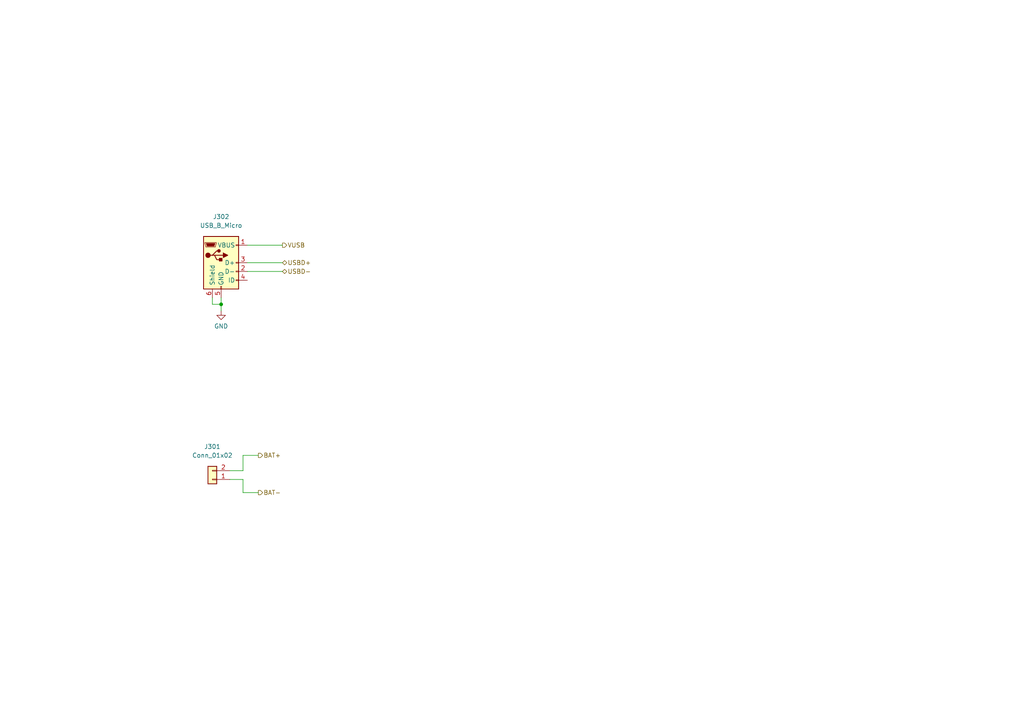
<source format=kicad_sch>
(kicad_sch (version 20230121) (generator eeschema)
  (paper "A4")
  (title_block (title "G.A.I.N.S. Connectors") (date "2024-01-30") (rev "1") (company "Purdue University") (comment 1 "Team 19") (comment 2 "Owner: Cameron"))
  (lib_symbols
    (symbol "Connector:USB_B_Micro" (pin_names (offset 1.016))
      (property "Reference" "J" (at -5.08 11.43 0))
      (property "Value" "USB_B_Micro" (at -5.08 8.89 0))
      (symbol "USB_B_Micro_0_1"
        (rectangle (start -5.08 -7.62) (end 5.08 7.62) (stroke (width 0.254)) (fill (type background)))
        (circle (center -3.81 2.159) (radius 0.635) (stroke (width 0.254)) (fill (type outline)))
        (circle (center -0.635 3.429) (radius 0.381) (stroke (width 0.254)) (fill (type outline)))
        (rectangle (start -0.127 -7.62) (end 0.127 -6.858))
        (polyline (pts (xy -1.905 2.159) (xy 0.635 2.159)) (stroke (width 0.254)))
        (polyline (pts (xy -3.175 2.159) (xy -2.54 2.159) (xy -1.27 3.429) (xy -0.635 3.429)) (stroke (width 0.254)))
        (polyline (pts (xy -2.54 2.159) (xy -1.905 2.159) (xy -1.27 0.889) (xy 0 0.889)) (stroke (width 0.254)))
        (polyline (pts (xy 0.635 2.794) (xy 0.635 1.524) (xy 1.905 2.159) (xy 0.635 2.794)) (stroke (width 0.254)) (fill (type outline)))
        (polyline (pts (xy -4.318 5.588) (xy -1.778 5.588) (xy -2.032 4.826) (xy -4.064 4.826) (xy -4.318 5.588)) (fill (type outline)))
        (polyline (pts (xy -4.699 5.842) (xy -4.699 5.588) (xy -4.445 4.826) (xy -4.445 4.572) (xy -1.651 4.572) (xy -1.651 4.826) (xy -1.397 5.588) (xy -1.397 5.842) (xy -4.699 5.842)))
        (rectangle (start 0.254 1.27) (end -0.508 0.508) (stroke (width 0.254)) (fill (type outline)))
        (rectangle (start 5.08 -5.207) (end 4.318 -4.953))
        (rectangle (start 5.08 -2.667) (end 4.318 -2.413))
        (rectangle (start 5.08 -0.127) (end 4.318 0.127))
        (rectangle (start 5.08 4.953) (end 4.318 5.207))
      )
      (symbol "USB_B_Micro_1_1"
        (pin power_out line (at 7.62 5.08 180) (length 2.54) (name "VBUS") (number "1"))
        (pin bidirectional line (at 7.62 -2.54 180) (length 2.54) (name "D-") (number "2"))
        (pin bidirectional line (at 7.62 0 180) (length 2.54) (name "D+") (number "3"))
        (pin passive line (at 7.62 -5.08 180) (length 2.54) (name "ID") (number "4"))
        (pin power_out line (at 0 -10.16 90) (length 2.54) (name "GND") (number "5"))
        (pin passive line (at -2.54 -10.16 90) (length 2.54) (name "Shield") (number "6"))
      )
    )
    (symbol "Connector_Generic:Conn_01x02" (pin_names (offset 1.016) hide)
      (property "Reference" "J301" (at 0 -9.525 0))
      (property "Value" "Conn_01x02" (at 0 -6.985 0))
      (symbol "Conn_01x02_1_1"
        (rectangle (start -1.27 -2.413) (end 0 -2.667) (stroke (width 0.1524)))
        (rectangle (start -1.27 0.127) (end 0 -0.127) (stroke (width 0.1524)))
        (rectangle (start -1.27 1.27) (end 1.27 -3.81) (stroke (width 0.254)) (fill (type background)))
        (pin passive line (at -5.08 0 0) (length 3.81) (name "Pin_1") (number "1"))
        (pin passive line (at -5.08 -2.54 0) (length 3.81) (name "Pin_2") (number "2"))
        (pin no_connect line (at 0 -16.51 0) (length 2.54) hide (name "MP") (number "MP"))
        (pin no_connect line (at 0 -13.97 0) (length 2.54) hide (name "MP") (number "MP"))
      )
    )
    (symbol "power:GND" (power) (pin_names (offset 0))
      (property "Value" "GND" (at 0 -3.81 0))
      (symbol "GND_0_1"
        (polyline (pts (xy 0 0) (xy 0 -1.27) (xy 1.27 -1.27) (xy 0 -2.54) (xy -1.27 -1.27) (xy 0 -1.27)))
      )
      (symbol "GND_1_1"
        (pin power_in line (at 0 0 270) (length 0) hide (name "GND") (number "1"))
      )
    )
  )
  (junction (at 64.135 88.265))
  (wire (pts (xy 71.755 78.74) (xy 81.915 78.74)))
  (wire (pts (xy 70.485 139.065) (xy 70.485 142.875)))
  (wire (pts (xy 61.595 86.36) (xy 61.595 88.265)))
  (wire (pts (xy 66.675 139.065) (xy 70.485 139.065)))
  (wire (pts (xy 64.135 88.265) (xy 64.135 90.17)))
  (wire (pts (xy 71.755 71.12) (xy 81.915 71.12)))
  (wire (pts (xy 64.135 86.36) (xy 64.135 88.265)))
  (wire (pts (xy 70.485 142.875) (xy 74.93 142.875)))
  (wire (pts (xy 70.485 136.525) (xy 70.485 132.08)))
  (wire (pts (xy 66.675 136.525) (xy 70.485 136.525)))
  (wire (pts (xy 70.485 132.08) (xy 74.93 132.08)))
  (wire (pts (xy 71.755 76.2) (xy 81.915 76.2)))
  (wire (pts (xy 61.595 88.265) (xy 64.135 88.265)))
  (hierarchical_label "BAT+" (shape output) (at 74.93 132.08 0))
  (hierarchical_label "USBD+" (shape bidirectional) (at 81.915 76.2 0))
  (hierarchical_label "BAT-" (shape output) (at 74.93 142.875 0))
  (hierarchical_label "USBD-" (shape bidirectional) (at 81.915 78.74 0))
  (hierarchical_label "VUSB" (shape output) (at 81.915 71.12 0))
  (symbol (lib_id "Connector:USB_B_Micro") (at 64.135 76.2 0) (unit 1)
    (property "Reference" "J302" (at 64.135 62.865 0))
    (property "Value" "USB_B_Micro" (at 64.135 65.405 0))
    (property "Footprint" "Connector_USB:USB_Micro-B_Amphenol_10104110_Horizontal" (effects hide))
  )
  (symbol (lib_id "power:GND") (at 64.135 90.17 0) (unit 1)
    (property "Reference" "#PWR0301" (effects hide))
    (property "Value" "GND" (at 64.135 94.615 0))
  )
  (symbol (lib_id "Connector_Generic:Conn_01x02") (at 61.595 139.065 180) (unit 1)
    (property "Reference" "J301" (at 61.595 129.54 0))
    (property "Value" "Conn_01x02" (at 61.595 132.08 0))
    (property "Footprint" "Connector_JST:JST_GH_BM02B-GHS-TBT_1x02-1MP_P1.25mm_Vertical" (effects hide))
  )
)
</source>
